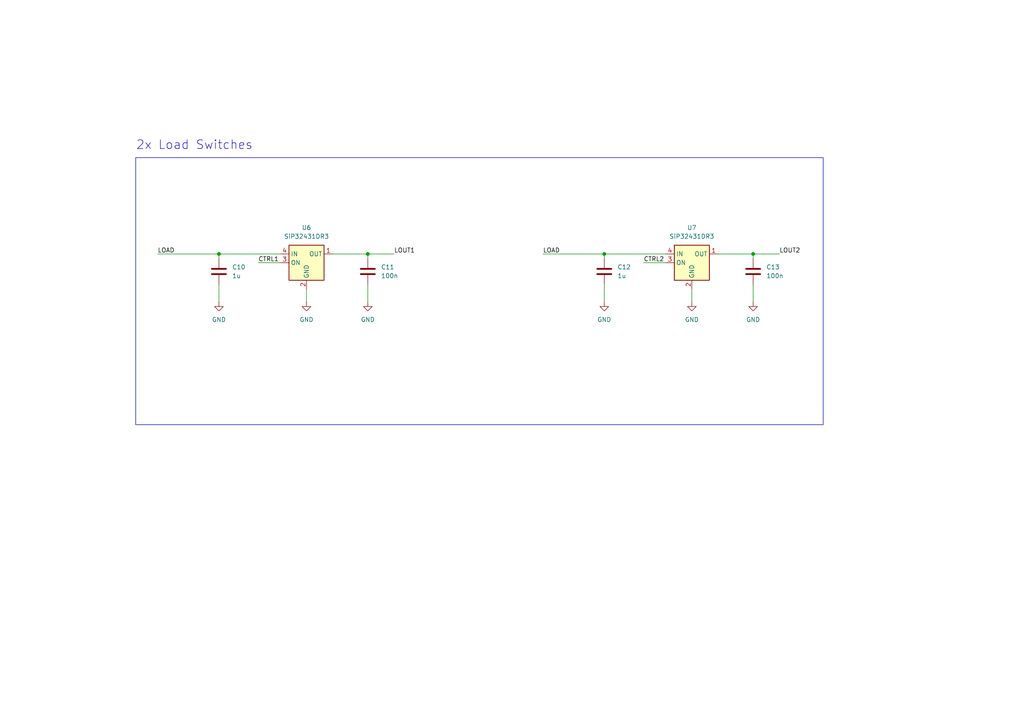
<source format=kicad_sch>
(kicad_sch (version 20231120) (generator "eeschema") (generator_version "8.0")
  (paper "A4")
  (title_block (title "Power Module") (date "2025-03-23") (rev "1") (company "University Of Cape Town") (comment 4 "Author: Khanzi Olwethu[KHNOLW003], Athenkosi Khonzani[KHNATH002]"))
  (lib_symbols
    (symbol "Device:C" (pin_numbers hide) (pin_names (offset 0.254))
      (property "Reference" "C" (at 0.635 2.54 0))
      (property "Value" "C" (at 0.635 -2.54 0))
      (symbol "C_0_1"
        (polyline (pts (xy -2.032 -0.762) (xy 2.032 -0.762)) (stroke (width 0.508)))
        (polyline (pts (xy -2.032 0.762) (xy 2.032 0.762)) (stroke (width 0.508)))
      )
      (symbol "C_1_1"
        (pin passive line (at 0 3.81 270) (length 2.794) (name "~") (number "1"))
        (pin passive line (at 0 -3.81 90) (length 2.794) (name "~") (number "2"))
      )
    )
    (symbol "Power_Management:SiP32431DR3"
      (property "Reference" "U" (at 0 8.89 0))
      (property "Value" "SiP32431DR3" (at 0 6.35 0))
      (symbol "SiP32431DR3_0_1"
        (rectangle (start -5.08 5.08) (end 5.08 -5.08) (stroke (width 0.254)) (fill (type background)))
      )
      (symbol "SiP32431DR3_1_1"
        (pin passive line (at 7.62 2.54 180) (length 2.54) (name "OUT") (number "1"))
        (pin power_in line (at 0 -7.62 90) (length 2.54) (name "GND") (number "2"))
        (pin input line (at -7.62 0 0) (length 2.54) (name "ON") (number "3"))
        (pin passive line (at -7.62 2.54 0) (length 2.54) (name "IN") (number "4"))
        (pin passive line (at 0 -7.62 90) (length 2.54) hide (name "GND") (number "5"))
        (pin no_connect line (at 5.08 0 180) (length 2.54) hide (name "NC") (number "6"))
      )
    )
    (symbol "power:GND" (power) (pin_numbers hide) (pin_names (offset 0) hide)
      (property "Value" "GND" (at 0 -3.81 0))
      (symbol "GND_0_1"
        (polyline (pts (xy 0 0) (xy 0 -1.27) (xy 1.27 -1.27) (xy 0 -2.54) (xy -1.27 -1.27) (xy 0 -1.27)))
      )
      (symbol "GND_1_1"
        (pin power_in line (at 0 0 270) (length 0) (name "~") (number "1"))
      )
    )
  )
  (junction (at 175.26 73.66))
  (junction (at 106.68 73.66))
  (junction (at 218.44 73.66))
  (junction (at 63.5 73.66))
  (wire (pts (xy 45.72 73.66) (xy 63.5 73.66)))
  (wire (pts (xy 200.66 83.82) (xy 200.66 87.63)))
  (wire (pts (xy 218.44 73.66) (xy 226.06 73.66)))
  (wire (pts (xy 186.69 76.2) (xy 193.04 76.2)))
  (wire (pts (xy 218.44 73.66) (xy 218.44 74.93)))
  (wire (pts (xy 106.68 73.66) (xy 114.3 73.66)))
  (wire (pts (xy 175.26 82.55) (xy 175.26 87.63)))
  (wire (pts (xy 157.48 73.66) (xy 175.26 73.66)))
  (wire (pts (xy 106.68 82.55) (xy 106.68 87.63)))
  (wire (pts (xy 63.5 82.55) (xy 63.5 87.63)))
  (wire (pts (xy 106.68 73.66) (xy 106.68 74.93)))
  (wire (pts (xy 63.5 73.66) (xy 63.5 74.93)))
  (wire (pts (xy 218.44 82.55) (xy 218.44 87.63)))
  (wire (pts (xy 74.93 76.2) (xy 81.28 76.2)))
  (wire (pts (xy 96.52 73.66) (xy 106.68 73.66)))
  (wire (pts (xy 63.5 73.66) (xy 81.28 73.66)))
  (wire (pts (xy 208.28 73.66) (xy 218.44 73.66)))
  (wire (pts (xy 88.9 83.82) (xy 88.9 87.63)))
  (wire (pts (xy 175.26 73.66) (xy 193.04 73.66)))
  (wire (pts (xy 175.26 73.66) (xy 175.26 74.93)))
  (rectangle (start 39.37 45.72) (end 238.76 123.19))
  (text "2x Load Switches" (at 56.388 42.164 0) (effects (font (size 2.54 2.54))))
  (label "LOUT2" (at 226.06 73.66 0))
  (label "CTRL2" (at 186.69 76.2 0))
  (label "LOUT1" (at 114.3 73.66 0))
  (label "CTRL1" (at 74.93 76.2 0))
  (label "LOAD" (at 45.72 73.66 0))
  (label "LOAD" (at 157.48 73.66 0))
  (symbol (lib_id "power:GND") (at 218.44 87.63 0) (unit 1)
    (property "Reference" "#PWR032" (effects (hide yes)))
    (property "Value" "GND" (at 218.44 92.71 0))
    (property "Description" "Power symbol creates a global label with name \"GND\" , ground" (effects (hide yes)))
  )
  (symbol (lib_id "Device:C") (at 218.44 78.74 0) (unit 1)
    (property "Reference" "C13" (at 222.25 77.4699 0) (effects (justify left)))
    (property "Value" "100n" (at 222.25 80.0099 0) (effects (justify left)))
    (property "Description" "Unpolarized capacitor" (effects (hide yes)))
  )
  (symbol (lib_id "power:GND") (at 63.5 87.63 0) (unit 1)
    (property "Reference" "#PWR027" (effects (hide yes)))
    (property "Value" "GND" (at 63.5 92.71 0))
    (property "Description" "Power symbol creates a global label with name \"GND\" , ground" (effects (hide yes)))
  )
  (symbol (lib_id "power:GND") (at 88.9 87.63 0) (unit 1)
    (property "Reference" "#PWR028" (effects (hide yes)))
    (property "Value" "GND" (at 88.9 92.71 0))
    (property "Description" "Power symbol creates a global label with name \"GND\" , ground" (effects (hide yes)))
  )
  (symbol (lib_id "power:GND") (at 200.66 87.63 0) (unit 1)
    (property "Reference" "#PWR031" (effects (hide yes)))
    (property "Value" "GND" (at 200.66 92.71 0))
    (property "Description" "Power symbol creates a global label with name \"GND\" , ground" (effects (hide yes)))
  )
  (symbol (lib_id "Device:C") (at 106.68 78.74 0) (unit 1)
    (property "Reference" "C11" (at 110.49 77.4699 0) (effects (justify left)))
    (property "Value" "100n" (at 110.49 80.0099 0) (effects (justify left)))
    (property "Description" "Unpolarized capacitor" (effects (hide yes)))
  )
  (symbol (lib_id "power:GND") (at 175.26 87.63 0) (unit 1)
    (property "Reference" "#PWR030" (effects (hide yes)))
    (property "Value" "GND" (at 175.26 92.71 0))
    (property "Description" "Power symbol creates a global label with name \"GND\" , ground" (effects (hide yes)))
  )
  (symbol (lib_id "power:GND") (at 106.68 87.63 0) (unit 1)
    (property "Reference" "#PWR029" (effects (hide yes)))
    (property "Value" "GND" (at 106.68 92.71 0))
    (property "Description" "Power symbol creates a global label with name \"GND\" , ground" (effects (hide yes)))
  )
  (symbol (lib_id "Device:C") (at 63.5 78.74 0) (unit 1)
    (property "Reference" "C10" (at 67.31 77.4699 0) (effects (justify left)))
    (property "Value" "1u" (at 67.31 80.0099 0) (effects (justify left)))
    (property "Description" "Unpolarized capacitor" (effects (hide yes)))
  )
  (symbol (lib_id "Power_Management:SiP32431DR3") (at 200.66 76.2 0) (unit 1)
    (property "Reference" "U7" (at 200.66 66.04 0))
    (property "Value" "SiP32431DR3" (at 200.66 68.58 0))
    (property "Footprint" "Package_TO_SOT_SMD:SOT-363_SC-70-6" (effects (hide yes)))
    (property "Datasheet" "http://www.vishay.com.hk/docs/66597/sip32431.pdf" (effects (hide yes)))
    (property "Description" "10 pA, Ultra Low Leakage and Quiescent Current, Load Switch with Reverse Blocking, High Enable, SC-70-6" (effects (hide yes)))
  )
  (symbol (lib_id "Power_Management:SiP32431DR3") (at 88.9 76.2 0) (unit 1)
    (property "Reference" "U6" (at 88.9 66.04 0))
    (property "Value" "SiP32431DR3" (at 88.9 68.58 0))
    (property "Footprint" "Package_TO_SOT_SMD:SOT-363_SC-70-6" (effects (hide yes)))
    (property "Datasheet" "http://www.vishay.com.hk/docs/66597/sip32431.pdf" (effects (hide yes)))
    (property "Description" "10 pA, Ultra Low Leakage and Quiescent Current, Load Switch with Reverse Blocking, High Enable, SC-70-6" (effects (hide yes)))
  )
  (symbol (lib_id "Device:C") (at 175.26 78.74 0) (unit 1)
    (property "Reference" "C12" (at 179.07 77.4699 0) (effects (justify left)))
    (property "Value" "1u" (at 179.07 80.0099 0) (effects (justify left)))
    (property "Description" "Unpolarized capacitor" (effects (hide yes)))
  )
)
</source>
